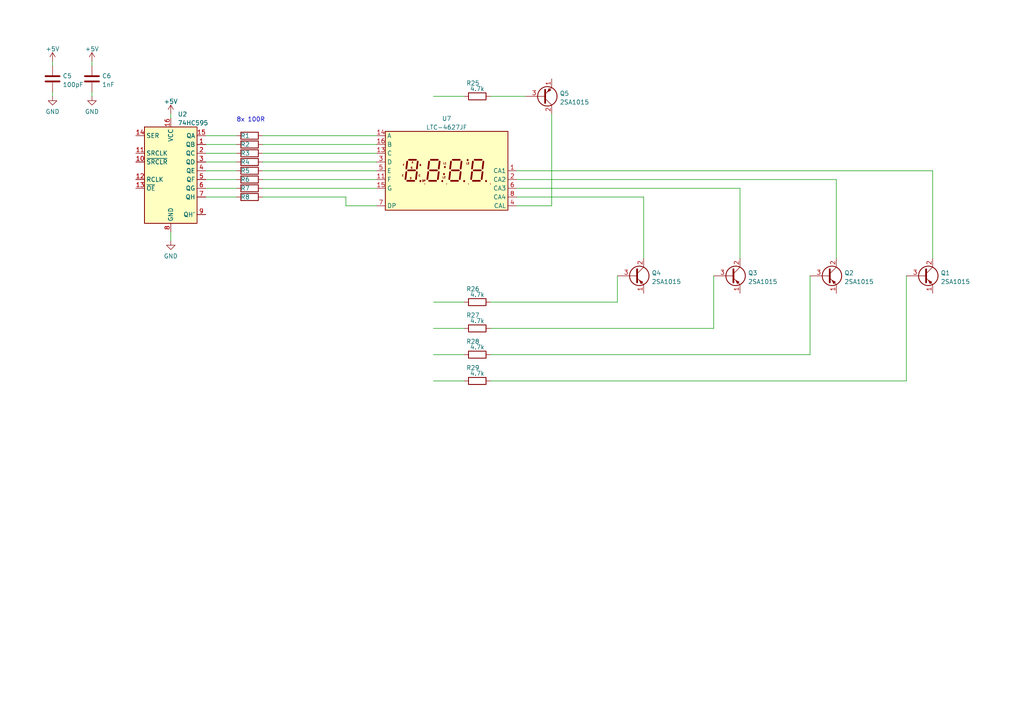
<source format=kicad_sch>
(kicad_sch (version 20211123) (generator eeschema)
  (paper "A4")
  (lib_symbols
    (symbol "74xx:74HC595"
      (property "Reference" "U" (at -7.62 13.97 0))
      (property "Value" "74HC595" (at -7.62 -16.51 0))
      (symbol "74HC595_1_0"
        (pin tri_state line (at 10.16 7.62 180) (length 2.54) (name "QB") (number "1"))
        (pin input line (at -10.16 2.54 0) (length 2.54) (name "~{SRCLR}") (number "10"))
        (pin input line (at -10.16 5.08 0) (length 2.54) (name "SRCLK") (number "11"))
        (pin input line (at -10.16 -2.54 0) (length 2.54) (name "RCLK") (number "12"))
        (pin input line (at -10.16 -5.08 0) (length 2.54) (name "~{OE}") (number "13"))
        (pin input line (at -10.16 10.16 0) (length 2.54) (name "SER") (number "14"))
        (pin tri_state line (at 10.16 10.16 180) (length 2.54) (name "QA") (number "15"))
        (pin power_in line (at 0 15.24 270) (length 2.54) (name "VCC") (number "16"))
        (pin tri_state line (at 10.16 5.08 180) (length 2.54) (name "QC") (number "2"))
        (pin tri_state line (at 10.16 2.54 180) (length 2.54) (name "QD") (number "3"))
        (pin tri_state line (at 10.16 0 180) (length 2.54) (name "QE") (number "4"))
        (pin tri_state line (at 10.16 -2.54 180) (length 2.54) (name "QF") (number "5"))
        (pin tri_state line (at 10.16 -5.08 180) (length 2.54) (name "QG") (number "6"))
        (pin tri_state line (at 10.16 -7.62 180) (length 2.54) (name "QH") (number "7"))
        (pin power_in line (at 0 -17.78 90) (length 2.54) (name "GND") (number "8"))
        (pin output line (at 10.16 -12.7 180) (length 2.54) (name "QH'") (number "9"))
      )
      (symbol "74HC595_1_1"
        (rectangle (start -7.62 12.7) (end 7.62 -15.24) (stroke (width 0.254)) (fill (type background)))
      )
    )
    (symbol "Device:C" (pin_numbers hide) (pin_names (offset 0.254))
      (property "Reference" "C" (at 0.635 2.54 0))
      (property "Value" "C" (at 0.635 -2.54 0))
      (symbol "C_0_1"
        (polyline (pts (xy -2.032 -0.762) (xy 2.032 -0.762)) (stroke (width 0.508)))
        (polyline (pts (xy -2.032 0.762) (xy 2.032 0.762)) (stroke (width 0.508)))
      )
      (symbol "C_1_1"
        (pin passive line (at 0 3.81 270) (length 2.794) (name "~") (number "1"))
        (pin passive line (at 0 -3.81 90) (length 2.794) (name "~") (number "2"))
      )
    )
    (symbol "Device:R" (pin_numbers hide) (pin_names (offset 0))
      (property "Reference" "R" (at 2.032 0 90))
      (property "Value" "R" (at 0 0 90))
      (symbol "R_0_1"
        (rectangle (start -1.016 -2.54) (end 1.016 2.54) (stroke (width 0.254)))
      )
      (symbol "R_1_1"
        (pin passive line (at 0 3.81 270) (length 1.27) (name "~") (number "1"))
        (pin passive line (at 0 -3.81 90) (length 1.27) (name "~") (number "2"))
      )
    )
    (symbol "Display_Character:LTC-4627JF"
      (property "Reference" "U" (at -17.78 12.7 0))
      (property "Value" "LTC-4627JF" (at 17.78 12.7 0))
      (symbol "LTC-4627JF_0_1"
        (rectangle (start -17.78 -11.43) (end 17.78 11.43) (stroke (width 0.254)) (fill (type background)))
        (rectangle (start -6.35 -3.81) (end -6.35 -3.81) (stroke (width 0.254)))
        (rectangle (start 0 -3.81) (end 0 -3.81) (stroke (width 0.254)))
        (polyline (pts (xy -6.35 -3.81) (xy -6.35 -3.81)) (stroke (width 0.254)))
        (polyline (pts (xy 0 -3.81) (xy 0 -3.81)) (stroke (width 0.254)))
        (polyline (pts (xy 6.35 -3.81) (xy 6.35 -3.81)) (stroke (width 0.254)))
        (polyline (pts (xy 12.7 -3.81) (xy 12.7 -3.81)) (stroke (width 0.254)))
        (rectangle (start 6.35 -3.81) (end 6.35 -3.81) (stroke (width 0.254)))
        (rectangle (start 12.7 -3.81) (end 12.7 -3.81) (stroke (width 0.254)))
      )
      (symbol "LTC-4627JF_1_0"
        (text "A" (at -9.906 2.413 0) (effects (font (size 0.508 0.508))))
        (text "B" (at -7.62 1.651 0) (effects (font (size 0.508 0.508))))
        (text "C" (at -7.874 -1.397 0) (effects (font (size 0.508 0.508))))
        (text "D" (at -10.414 -2.159 0) (effects (font (size 0.508 0.508))))
        (text "DP" (at -6.604 -2.921 0) (effects (font (size 0.508 0.508))))
        (text "E" (at -12.7 -1.397 0) (effects (font (size 0.508 0.508))))
        (text "F" (at -12.446 1.651 0) (effects (font (size 0.508 0.508))))
        (text "G" (at -10.16 0.889 0) (effects (font (size 0.508 0.508))))
        (text "L1" (at -0.508 2.159 0) (effects (font (size 0.508 0.508))))
        (text "L2" (at -0.762 -1.905 0) (effects (font (size 0.508 0.508))))
        (text "L3" (at 6.096 2.159 0) (effects (font (size 0.508 0.508))))
      )
      (symbol "LTC-4627JF_1_1"
        (polyline (pts (xy -11.684 -0.381) (xy -11.938 -2.413)) (stroke (width 0.508)))
        (polyline (pts (xy -11.43 -2.921) (xy -9.398 -2.921)) (stroke (width 0.508)))
        (polyline (pts (xy -11.43 2.667) (xy -11.684 0.635)) (stroke (width 0.508)))
        (polyline (pts (xy -11.176 0.127) (xy -9.144 0.127)) (stroke (width 0.508)))
        (polyline (pts (xy -10.922 3.175) (xy -8.89 3.175)) (stroke (width 0.508)))
        (polyline (pts (xy -8.636 -0.381) (xy -8.89 -2.413)) (stroke (width 0.508)))
        (polyline (pts (xy -8.382 2.667) (xy -8.636 0.635)) (stroke (width 0.508)))
        (polyline (pts (xy -7.62 -3.048) (xy -7.62 -2.921)) (stroke (width 0.508)))
        (polyline (pts (xy -5.334 -0.381) (xy -5.588 -2.413)) (stroke (width 0.508)))
        (polyline (pts (xy -5.08 -2.921) (xy -3.048 -2.921)) (stroke (width 0.508)))
        (polyline (pts (xy -5.08 2.667) (xy -5.334 0.635)) (stroke (width 0.508)))
        (polyline (pts (xy -4.826 0.127) (xy -2.794 0.127)) (stroke (width 0.508)))
        (polyline (pts (xy -4.572 3.175) (xy -2.54 3.175)) (stroke (width 0.508)))
        (polyline (pts (xy -2.286 -0.381) (xy -2.54 -2.413)) (stroke (width 0.508)))
        (polyline (pts (xy -2.032 2.667) (xy -2.286 0.635)) (stroke (width 0.508)))
        (polyline (pts (xy -1.27 -3.048) (xy -1.27 -2.921)) (stroke (width 0.508)))
        (polyline (pts (xy -0.762 -1.016) (xy -0.762 -0.889)) (stroke (width 0.508)))
        (polyline (pts (xy -0.508 1.016) (xy -0.508 1.143)) (stroke (width 0.508)))
        (polyline (pts (xy 1.016 -0.381) (xy 0.762 -2.413)) (stroke (width 0.508)))
        (polyline (pts (xy 1.27 -2.921) (xy 3.302 -2.921)) (stroke (width 0.508)))
        (polyline (pts (xy 1.27 2.667) (xy 1.016 0.635)) (stroke (width 0.508)))
        (polyline (pts (xy 1.524 0.127) (xy 3.556 0.127)) (stroke (width 0.508)))
        (polyline (pts (xy 1.778 3.175) (xy 3.81 3.175)) (stroke (width 0.508)))
        (polyline (pts (xy 4.064 -0.381) (xy 3.81 -2.413)) (stroke (width 0.508)))
        (polyline (pts (xy 4.318 2.667) (xy 4.064 0.635)) (stroke (width 0.508)))
        (polyline (pts (xy 5.08 -3.048) (xy 5.08 -2.921)) (stroke (width 0.508)))
        (polyline (pts (xy 6.096 3.048) (xy 6.096 3.175)) (stroke (width 0.508)))
        (polyline (pts (xy 7.366 -0.381) (xy 7.112 -2.413)) (stroke (width 0.508)))
        (polyline (pts (xy 7.62 -2.921) (xy 9.652 -2.921)) (stroke (width 0.508)))
        (polyline (pts (xy 7.62 2.667) (xy 7.366 0.635)) (stroke (width 0.508)))
        (polyline (pts (xy 7.874 0.127) (xy 9.906 0.127)) (stroke (width 0.508)))
        (polyline (pts (xy 8.128 3.175) (xy 10.16 3.175)) (stroke (width 0.508)))
        (polyline (pts (xy 10.414 -0.381) (xy 10.16 -2.413)) (stroke (width 0.508)))
        (polyline (pts (xy 10.668 2.667) (xy 10.414 0.635)) (stroke (width 0.508)))
        (polyline (pts (xy 11.43 -3.048) (xy 11.43 -2.921)) (stroke (width 0.508)))
        (pin input line (at 20.32 0 180) (length 2.54) (name "CA1") (number "1"))
        (pin input line (at -20.32 -2.54 0) (length 2.54) (name "F") (number "11"))
        (pin input line (at -20.32 5.08 0) (length 2.54) (name "C") (number "13"))
        (pin input line (at -20.32 10.16 0) (length 2.54) (name "A") (number "14"))
        (pin input line (at -20.32 -5.08 0) (length 2.54) (name "G") (number "15"))
        (pin input line (at -20.32 7.62 0) (length 2.54) (name "B") (number "16"))
        (pin input line (at 20.32 -2.54 180) (length 2.54) (name "CA2") (number "2"))
        (pin input line (at -20.32 2.54 0) (length 2.54) (name "D") (number "3"))
        (pin input line (at 20.32 -10.16 180) (length 2.54) (name "CAL") (number "4"))
        (pin input line (at -20.32 0 0) (length 2.54) (name "E") (number "5"))
        (pin input line (at 20.32 -5.08 180) (length 2.54) (name "CA3") (number "6"))
        (pin input line (at -20.32 -10.16 0) (length 2.54) (name "DP") (number "7"))
        (pin input line (at 20.32 -7.62 180) (length 2.54) (name "CA4") (number "8"))
        (pin no_connect line (at 17.78 7.62 180) (length 2.54) hide (name "NC") (number "9"))
      )
    )
    (symbol "Transistor_BJT:2SA1015" (pin_names (offset 0) hide)
      (property "Reference" "Q" (at 5.08 1.905 0))
      (property "Value" "2SA1015" (at 5.08 0 0))
      (symbol "2SA1015_0_1"
        (polyline (pts (xy 0 0) (xy 0.635 0)))
        (polyline (pts (xy 2.54 -2.54) (xy 0.635 -0.635)))
        (polyline (pts (xy 2.54 2.54) (xy 0.635 0.635)))
        (polyline (pts (xy 0.635 1.905) (xy 0.635 -1.905) (xy 0.635 -1.905)) (stroke (width 0.508)) (fill (type outline)))
        (polyline (pts (xy 1.778 -2.286) (xy 2.286 -1.778) (xy 1.27 -1.27) (xy 1.778 -2.286) (xy 1.778 -2.286)) (fill (type outline)))
        (circle (center 1.27 0) (radius 2.8194) (stroke (width 0.254)))
      )
      (symbol "2SA1015_1_1"
        (pin passive line (at 2.54 -5.08 90) (length 2.54) (name "E") (number "1"))
        (pin passive line (at 2.54 5.08 270) (length 2.54) (name "C") (number "2"))
        (pin input line (at -5.08 0 0) (length 5.08) (name "B") (number "3"))
      )
    )
    (symbol "power:+5V" (power) (pin_names (offset 0))
      (property "Value" "+5V" (at 0 3.556 0))
      (symbol "+5V_0_1"
        (polyline (pts (xy -0.762 1.27) (xy 0 2.54)))
        (polyline (pts (xy 0 0) (xy 0 2.54)))
        (polyline (pts (xy 0 2.54) (xy 0.762 1.27)))
      )
      (symbol "+5V_1_1"
        (pin power_in line (at 0 0 90) (length 0) hide (name "+5V") (number "1"))
      )
    )
    (symbol "power:GND" (power) (pin_names (offset 0))
      (property "Value" "GND" (at 0 -3.81 0))
      (symbol "GND_0_1"
        (polyline (pts (xy 0 0) (xy 0 -1.27) (xy 1.27 -1.27) (xy 0 -2.54) (xy -1.27 -1.27) (xy 0 -1.27)))
      )
      (symbol "GND_1_1"
        (pin power_in line (at 0 0 270) (length 0) hide (name "GND") (number "1"))
      )
    )
  )
  (wire (pts (xy 132.08 304.8) (xy 132.08 307.34)))
  (wire (pts (xy 15.24 19.05) (xy 15.24 17.78)))
  (wire (pts (xy 107.95 294.64) (xy 140.97 294.64)))
  (wire (pts (xy 142.24 27.94) (xy 152.4 27.94)))
  (wire (pts (xy 43.18 280.67) (xy 43.18 279.4)))
  (wire (pts (xy 91.44 251.46) (xy 100.33 251.46)))
  (wire (pts (xy 76.2 46.99) (xy 109.22 46.99)))
  (wire (pts (xy 132.08 254) (xy 132.08 256.54)))
  (wire (pts (xy 53.34 229.87) (xy 53.34 231.14)))
  (wire (pts (xy 132.08 307.34) (xy 140.97 307.34)))
  (wire (pts (xy 43.18 288.29) (xy 43.18 289.56)))
  (wire (pts (xy 142.24 95.25) (xy 207.01 95.25)))
  (wire (pts (xy 59.69 57.15) (xy 68.58 57.15)))
  (wire (pts (xy 91.44 302.26) (xy 100.33 302.26)))
  (wire (pts (xy 59.69 41.91) (xy 68.58 41.91)))
  (wire (pts (xy 100.33 57.15) (xy 100.33 59.69)))
  (wire (pts (xy 59.69 39.37) (xy 68.58 39.37)))
  (wire (pts (xy 54.61 279.4) (xy 54.61 280.67)))
  (wire (pts (xy 91.44 304.8) (xy 100.33 304.8)))
  (wire (pts (xy 107.95 243.84) (xy 140.97 243.84)))
  (wire (pts (xy 76.2 49.53) (xy 109.22 49.53)))
  (wire (pts (xy 59.69 52.07) (xy 68.58 52.07)))
  (wire (pts (xy 125.73 95.25) (xy 134.62 95.25)))
  (wire (pts (xy 91.44 254) (xy 100.33 254)))
  (wire (pts (xy 26.67 17.78) (xy 26.67 19.05)))
  (wire (pts (xy 149.86 57.15) (xy 186.69 57.15)))
  (wire (pts (xy 91.44 238.76) (xy 100.33 238.76)))
  (wire (pts (xy 59.69 49.53) (xy 68.58 49.53)))
  (wire (pts (xy 107.95 304.8) (xy 132.08 304.8)))
  (wire (pts (xy 125.73 110.49) (xy 134.62 110.49)))
  (wire (pts (xy 91.44 241.3) (xy 100.33 241.3)))
  (wire (pts (xy 91.44 289.56) (xy 100.33 289.56)))
  (wire (pts (xy 107.95 236.22) (xy 140.97 236.22)))
  (wire (pts (xy 91.44 248.92) (xy 100.33 248.92)))
  (wire (pts (xy 107.95 297.18) (xy 140.97 297.18)))
  (wire (pts (xy 242.57 52.07) (xy 242.57 74.93)))
  (wire (pts (xy 107.95 292.1) (xy 140.97 292.1)))
  (wire (pts (xy 76.2 39.37) (xy 109.22 39.37)))
  (wire (pts (xy 91.44 236.22) (xy 100.33 236.22)))
  (wire (pts (xy 270.51 49.53) (xy 270.51 74.93)))
  (wire (pts (xy 49.53 33.02) (xy 49.53 34.29)))
  (wire (pts (xy 41.91 231.14) (xy 41.91 229.87)))
  (wire (pts (xy 41.91 238.76) (xy 41.91 240.03)))
  (wire (pts (xy 107.95 246.38) (xy 140.97 246.38)))
  (wire (pts (xy 76.2 44.45) (xy 109.22 44.45)))
  (wire (pts (xy 262.89 80.01) (xy 262.89 110.49)))
  (wire (pts (xy 91.44 292.1) (xy 100.33 292.1)))
  (wire (pts (xy 149.86 54.61) (xy 214.63 54.61)))
  (wire (pts (xy 107.95 289.56) (xy 140.97 289.56)))
  (wire (pts (xy 149.86 49.53) (xy 270.51 49.53)))
  (wire (pts (xy 214.63 54.61) (xy 214.63 74.93)))
  (wire (pts (xy 132.08 256.54) (xy 140.97 256.54)))
  (wire (pts (xy 149.86 52.07) (xy 242.57 52.07)))
  (wire (pts (xy 59.69 46.99) (xy 68.58 46.99)))
  (wire (pts (xy 91.44 246.38) (xy 100.33 246.38)))
  (wire (pts (xy 142.24 102.87) (xy 234.95 102.87)))
  (wire (pts (xy 234.95 80.01) (xy 234.95 102.87)))
  (wire (pts (xy 142.24 87.63) (xy 179.07 87.63)))
  (wire (pts (xy 91.44 294.64) (xy 100.33 294.64)))
  (wire (pts (xy 107.95 251.46) (xy 140.97 251.46)))
  (wire (pts (xy 81.28 314.96) (xy 81.28 317.5)))
  (wire (pts (xy 179.07 80.01) (xy 179.07 87.63)))
  (wire (pts (xy 76.2 52.07) (xy 109.22 52.07)))
  (wire (pts (xy 76.2 57.15) (xy 100.33 57.15)))
  (wire (pts (xy 142.24 110.49) (xy 262.89 110.49)))
  (wire (pts (xy 76.2 41.91) (xy 109.22 41.91)))
  (wire (pts (xy 26.67 26.67) (xy 26.67 27.94)))
  (wire (pts (xy 125.73 102.87) (xy 134.62 102.87)))
  (wire (pts (xy 81.28 280.67) (xy 81.28 281.94)))
  (wire (pts (xy 107.95 248.92) (xy 140.97 248.92)))
  (wire (pts (xy 125.73 87.63) (xy 134.62 87.63)))
  (wire (pts (xy 91.44 243.84) (xy 100.33 243.84)))
  (wire (pts (xy 107.95 254) (xy 132.08 254)))
  (wire (pts (xy 15.24 26.67) (xy 15.24 27.94)))
  (wire (pts (xy 107.95 238.76) (xy 140.97 238.76)))
  (wire (pts (xy 91.44 299.72) (xy 100.33 299.72)))
  (wire (pts (xy 160.02 59.69) (xy 149.86 59.69)))
  (wire (pts (xy 160.02 33.02) (xy 160.02 59.69)))
  (wire (pts (xy 125.73 27.94) (xy 134.62 27.94)))
  (wire (pts (xy 91.44 287.02) (xy 100.33 287.02)))
  (wire (pts (xy 59.69 54.61) (xy 68.58 54.61)))
  (wire (pts (xy 107.95 241.3) (xy 140.97 241.3)))
  (wire (pts (xy 81.28 264.16) (xy 81.28 266.7)))
  (wire (pts (xy 54.61 288.29) (xy 54.61 289.56)))
  (wire (pts (xy 53.34 238.76) (xy 53.34 240.03)))
  (wire (pts (xy 107.95 302.26) (xy 140.97 302.26)))
  (wire (pts (xy 76.2 54.61) (xy 109.22 54.61)))
  (wire (pts (xy 81.28 229.87) (xy 81.28 231.14)))
  (wire (pts (xy 186.69 57.15) (xy 186.69 74.93)))
  (wire (pts (xy 107.95 287.02) (xy 140.97 287.02)))
  (wire (pts (xy 100.33 59.69) (xy 109.22 59.69)))
  (wire (pts (xy 49.53 67.31) (xy 49.53 69.85)))
  (wire (pts (xy 59.69 44.45) (xy 68.58 44.45)))
  (wire (pts (xy 207.01 80.01) (xy 207.01 95.25)))
  (wire (pts (xy 91.44 297.18) (xy 100.33 297.18)))
  (wire (pts (xy 107.95 299.72) (xy 140.97 299.72)))
  (text "8x 100R" (at 100.33 283.21 0) (effects (font (size 1.27 1.27)) (justify left bottom)))
  (text "8x 100R" (at 100.33 232.41 0) (effects (font (size 1.27 1.27)) (justify left bottom)))
  (text "8x 100R" (at 68.58 35.56 0) (effects (font (size 1.27 1.27)) (justify left bottom)))
  (symbol (lib_id "power:+5V") (at 15.24 17.78 0) (unit 1)
    (property "Reference" "#PWR05" (effects hide))
    (property "Value" "+5V" (at 15.24 14.2042 0))
  )
  (symbol (lib_id "Device:R") (at 138.43 102.87 90) (unit 1)
    (property "Reference" "R28" (at 137.16 99.06 90))
    (property "Value" "4.7k" (at 138.43 100.6911 90))
    (property "Footprint" "Resistor_THT:R_Axial_DIN0207_L6.3mm_D2.5mm_P7.62mm_Horizontal" (effects hide))
  )
  (symbol (lib_id "Device:R") (at 138.43 110.49 90) (unit 1)
    (property "Reference" "R29" (at 137.16 106.68 90))
    (property "Value" "4.7k" (at 138.43 108.3111 90))
    (property "Footprint" "Resistor_THT:R_Axial_DIN0207_L6.3mm_D2.5mm_P7.62mm_Horizontal" (effects hide))
  )
  (symbol (lib_id "Device:R") (at 104.14 289.56 90) (unit 1)
    (property "Reference" "R18" (at 104.14 289.56 90))
    (property "Value" "100R" (effects hide))
    (property "Footprint" "Resistor_THT:R_Axial_DIN0207_L6.3mm_D2.5mm_P7.62mm_Horizontal" (effects hide))
  )
  (symbol (lib_id "Display_Character:LTC-4627JF") (at 129.54 49.53 0) (unit 1)
    (property "Reference" "U7" (at 129.54 34.4002 0))
    (property "Value" "LTC-4627JF" (at 129.54 36.9371 0))
    (property "Footprint" "Display_7Segment:LTC-4627Jx" (effects hide))
    (property "Datasheet" "http://optoelectronics.liteon.com/upload/download/DS30-2000-192/C4627JF.pdf" (effects hide))
  )
  (symbol (lib_id "Display_Character:LTC-4627JF") (at 161.29 246.38 0) (unit 1)
    (property "Reference" "U8" (at 161.29 231.2502 0))
    (property "Value" "LTC-4627JF" (at 161.29 233.7871 0))
    (property "Footprint" "Display_7Segment:LTC-4627Jx" (effects hide))
    (property "Datasheet" "http://optoelectronics.liteon.com/upload/download/DS30-2000-192/C4627JF.pdf" (effects hide))
  )
  (symbol (lib_id "Device:R") (at 104.14 238.76 90) (unit 1)
    (property "Reference" "R10" (at 104.14 238.76 90))
    (property "Value" "100R" (effects hide))
    (property "Footprint" "Resistor_THT:R_Axial_DIN0207_L6.3mm_D2.5mm_P7.62mm_Horizontal" (effects hide))
  )
  (symbol (lib_id "power:GND") (at 26.67 27.94 0) (unit 1)
    (property "Reference" "#PWR0105" (effects hide))
    (property "Value" "GND" (at 26.67 32.3834 0))
  )
  (symbol (lib_id "power:+5V") (at 81.28 229.87 0) (unit 1)
    (property "Reference" "#PWR011" (effects hide))
    (property "Value" "+5V" (at 81.28 226.2942 0))
  )
  (symbol (lib_id "Device:R") (at 104.14 302.26 90) (unit 1)
    (property "Reference" "R23" (at 104.14 302.26 90))
    (property "Value" "100R" (effects hide))
    (property "Footprint" "Resistor_THT:R_Axial_DIN0207_L6.3mm_D2.5mm_P7.62mm_Horizontal" (effects hide))
  )
  (symbol (lib_id "Device:C") (at 26.67 22.86 0) (unit 1)
    (property "Reference" "C6" (at 29.591 22.0253 0) (effects (justify left)))
    (property "Value" "1nF" (at 29.591 24.5622 0) (effects (justify left)))
    (property "Footprint" "Capacitor_THT:C_Disc_D3.8mm_W2.6mm_P2.50mm" (effects hide))
  )
  (symbol (lib_id "Device:R") (at 72.39 41.91 90) (unit 1)
    (property "Reference" "R2" (at 71.12 41.91 90))
    (property "Value" "100R" (effects hide))
    (property "Footprint" "Resistor_THT:R_Axial_DIN0207_L6.3mm_D2.5mm_P7.62mm_Horizontal" (effects hide))
  )
  (symbol (lib_id "Device:R") (at 104.14 251.46 90) (unit 1)
    (property "Reference" "R15" (at 104.14 251.46 90))
    (property "Value" "100R" (effects hide))
    (property "Footprint" "Resistor_THT:R_Axial_DIN0207_L6.3mm_D2.5mm_P7.62mm_Horizontal" (effects hide))
  )
  (symbol (lib_id "Device:R") (at 104.14 304.8 90) (unit 1)
    (property "Reference" "R24" (at 104.14 304.8 90))
    (property "Value" "100R" (effects hide))
    (property "Footprint" "Resistor_THT:R_Axial_DIN0207_L6.3mm_D2.5mm_P7.62mm_Horizontal" (effects hide))
  )
  (symbol (lib_id "Device:R") (at 104.14 236.22 90) (unit 1)
    (property "Reference" "R9" (at 104.14 236.22 90))
    (property "Value" "100R" (effects hide))
    (property "Footprint" "Resistor_THT:R_Axial_DIN0207_L6.3mm_D2.5mm_P7.62mm_Horizontal" (effects hide))
  )
  (symbol (lib_id "Device:C") (at 43.18 284.48 0) (unit 1)
    (property "Reference" "C9" (at 46.101 283.6453 0) (effects (justify left)))
    (property "Value" "100pF" (at 46.101 286.1822 0) (effects (justify left)))
    (property "Footprint" "Capacitor_THT:C_Disc_D3.8mm_W2.6mm_P2.50mm" (effects hide))
  )
  (symbol (lib_id "Display_Character:LTC-4627JF") (at 161.29 297.18 0) (unit 1)
    (property "Reference" "U9" (at 161.29 282.0502 0))
    (property "Value" "LTC-4627JF" (at 161.29 284.5871 0))
    (property "Footprint" "Display_7Segment:LTC-4627Jx" (effects hide))
    (property "Datasheet" "http://optoelectronics.liteon.com/upload/download/DS30-2000-192/C4627JF.pdf" (effects hide))
  )
  (symbol (lib_id "Device:C") (at 53.34 234.95 0) (unit 1)
    (property "Reference" "C8" (at 56.261 234.1153 0) (effects (justify left)))
    (property "Value" "1nF" (at 56.261 236.6522 0) (effects (justify left)))
    (property "Footprint" "Capacitor_THT:C_Disc_D3.8mm_W2.6mm_P2.50mm" (effects hide))
  )
  (symbol (lib_id "power:+5V") (at 49.53 33.02 0) (unit 1)
    (property "Reference" "#PWR03" (effects hide))
    (property "Value" "+5V" (at 49.53 29.4442 0))
  )
  (symbol (lib_id "74xx:74HC595") (at 81.28 246.38 0) (unit 1)
    (property "Reference" "U3" (at 83.2994 229.9802 0) (effects (justify left)))
    (property "Value" "74HC595" (at 83.2994 232.5171 0) (effects (justify left)))
    (property "Footprint" "Package_DIP:DIP-16_W7.62mm_LongPads" (effects hide))
    (property "Datasheet" "http://www.ti.com/lit/ds/symlink/sn74hc595.pdf" (effects hide))
  )
  (symbol (lib_id "Device:R") (at 138.43 87.63 90) (unit 1)
    (property "Reference" "R26" (at 137.16 83.82 90))
    (property "Value" "4.7k" (at 138.43 85.4511 90))
    (property "Footprint" "Resistor_THT:R_Axial_DIN0207_L6.3mm_D2.5mm_P7.62mm_Horizontal" (effects hide))
  )
  (symbol (lib_id "74xx:74HC595") (at 49.53 49.53 0) (unit 1)
    (property "Reference" "U2" (at 51.5494 33.1302 0) (effects (justify left)))
    (property "Value" "74HC595" (at 51.5494 35.6671 0) (effects (justify left)))
    (property "Footprint" "Package_DIP:DIP-16_W7.62mm_LongPads" (effects hide))
    (property "Datasheet" "http://www.ti.com/lit/ds/symlink/sn74hc595.pdf" (effects hide))
  )
  (symbol (lib_id "Device:R") (at 72.39 57.15 90) (unit 1)
    (property "Reference" "R8" (at 71.12 57.15 90))
    (property "Value" "100R" (effects hide))
    (property "Footprint" "Resistor_THT:R_Axial_DIN0207_L6.3mm_D2.5mm_P7.62mm_Horizontal" (effects hide))
  )
  (symbol (lib_id "power:+5V") (at 81.28 280.67 0) (unit 1)
    (property "Reference" "#PWR017" (effects hide))
    (property "Value" "+5V" (at 81.28 277.0942 0))
  )
  (symbol (lib_id "74xx:74HC595") (at 81.28 297.18 0) (unit 1)
    (property "Reference" "U4" (at 83.2994 280.7802 0) (effects (justify left)))
    (property "Value" "74HC595" (at 83.2994 283.3171 0) (effects (justify left)))
    (property "Footprint" "Package_DIP:DIP-16_W7.62mm_LongPads" (effects hide))
    (property "Datasheet" "http://www.ti.com/lit/ds/symlink/sn74hc595.pdf" (effects hide))
  )
  (symbol (lib_id "Transistor_BJT:2SA1015") (at 212.09 80.01 0) (unit 1)
    (property "Reference" "Q3" (at 216.9414 79.1753 0) (effects (justify left)))
    (property "Value" "2SA1015" (at 216.9414 81.7122 0) (effects (justify left)))
    (property "Footprint" "Package_TO_SOT_THT:TO-92_Wide" (effects hide))
    (property "Datasheet" "http://www.datasheetcatalog.org/datasheet/toshiba/905.pdf" (effects hide))
  )
  (symbol (lib_id "Device:C") (at 54.61 284.48 0) (unit 1)
    (property "Reference" "C10" (at 57.531 283.6453 0) (effects (justify left)))
    (property "Value" "1nF" (at 57.531 286.1822 0) (effects (justify left)))
    (property "Footprint" "Capacitor_THT:C_Disc_D3.8mm_W2.6mm_P2.50mm" (effects hide))
  )
  (symbol (lib_id "Device:R") (at 104.14 297.18 90) (unit 1)
    (property "Reference" "R21" (at 104.14 297.18 90))
    (property "Value" "100R" (effects hide))
    (property "Footprint" "Resistor_THT:R_Axial_DIN0207_L6.3mm_D2.5mm_P7.62mm_Horizontal" (effects hide))
  )
  (symbol (lib_id "Transistor_BJT:2SA1015") (at 240.03 80.01 0) (unit 1)
    (property "Reference" "Q2" (at 244.8814 79.1753 0) (effects (justify left)))
    (property "Value" "2SA1015" (at 244.8814 81.7122 0) (effects (justify left)))
    (property "Footprint" "Package_TO_SOT_THT:TO-92_Wide" (effects hide))
    (property "Datasheet" "http://www.datasheetcatalog.org/datasheet/toshiba/905.pdf" (effects hide))
  )
  (symbol (lib_id "power:GND") (at 49.53 69.85 0) (unit 1)
    (property "Reference" "#PWR04" (effects hide))
    (property "Value" "GND" (at 49.53 74.2934 0))
  )
  (symbol (lib_id "Device:R") (at 72.39 46.99 90) (unit 1)
    (property "Reference" "R4" (at 71.12 46.99 90))
    (property "Value" "100R" (effects hide))
    (property "Footprint" "Resistor_THT:R_Axial_DIN0207_L6.3mm_D2.5mm_P7.62mm_Horizontal" (effects hide))
  )
  (symbol (lib_id "Transistor_BJT:2SA1015") (at 157.48 27.94 0) (mirror x) (unit 1)
    (property "Reference" "Q5" (at 162.3314 27.1053 0) (effects (justify left)))
    (property "Value" "2SA1015" (at 162.3314 29.6422 0) (effects (justify left)))
    (property "Footprint" "Package_TO_SOT_THT:TO-92_Wide" (effects hide))
    (property "Datasheet" "http://www.datasheetcatalog.org/datasheet/toshiba/905.pdf" (effects hide))
  )
  (symbol (lib_id "power:GND") (at 81.28 317.5 0) (unit 1)
    (property "Reference" "#PWR018" (effects hide))
    (property "Value" "GND" (at 81.28 321.9434 0))
  )
  (symbol (lib_id "Device:R") (at 104.14 292.1 90) (unit 1)
    (property "Reference" "R19" (at 104.14 292.1 90))
    (property "Value" "100R" (effects hide))
    (property "Footprint" "Resistor_THT:R_Axial_DIN0207_L6.3mm_D2.5mm_P7.62mm_Horizontal" (effects hide))
  )
  (symbol (lib_id "power:GND") (at 43.18 289.56 0) (unit 1)
    (property "Reference" "#PWR015" (effects hide))
    (property "Value" "GND" (at 43.18 294.0034 0))
  )
  (symbol (lib_id "Device:C") (at 41.91 234.95 0) (unit 1)
    (property "Reference" "C7" (at 44.831 234.1153 0) (effects (justify left)))
    (property "Value" "100pF" (at 44.831 236.6522 0) (effects (justify left)))
    (property "Footprint" "Capacitor_THT:C_Disc_D3.8mm_W2.6mm_P2.50mm" (effects hide))
  )
  (symbol (lib_id "power:GND") (at 53.34 240.03 0) (unit 1)
    (property "Reference" "#PWR010" (effects hide))
    (property "Value" "GND" (at 53.34 244.4734 0))
  )
  (symbol (lib_id "Transistor_BJT:2SA1015") (at 267.97 80.01 0) (unit 1)
    (property "Reference" "Q1" (at 272.8214 79.1753 0) (effects (justify left)))
    (property "Value" "2SA1015" (at 272.8214 81.7122 0) (effects (justify left)))
    (property "Footprint" "Package_TO_SOT_THT:TO-92_Wide" (effects hide))
    (property "Datasheet" "http://www.datasheetcatalog.org/datasheet/toshiba/905.pdf" (effects hide))
  )
  (symbol (lib_id "Transistor_BJT:2SA1015") (at 184.15 80.01 0) (unit 1)
    (property "Reference" "Q4" (at 189.0014 79.1753 0) (effects (justify left)))
    (property "Value" "2SA1015" (at 189.0014 81.7122 0) (effects (justify left)))
    (property "Footprint" "Package_TO_SOT_THT:TO-92_Wide" (effects hide))
    (property "Datasheet" "http://www.datasheetcatalog.org/datasheet/toshiba/905.pdf" (effects hide))
  )
  (symbol (lib_id "power:+5V") (at 43.18 279.4 0) (unit 1)
    (property "Reference" "#PWR013" (effects hide))
    (property "Value" "+5V" (at 43.18 275.8242 0))
  )
  (symbol (lib_id "power:GND") (at 41.91 240.03 0) (unit 1)
    (property "Reference" "#PWR09" (effects hide))
    (property "Value" "GND" (at 41.91 244.4734 0))
  )
  (symbol (lib_id "power:GND") (at 81.28 266.7 0) (unit 1)
    (property "Reference" "#PWR012" (effects hide))
    (property "Value" "GND" (at 81.28 271.1434 0))
  )
  (symbol (lib_id "Device:R") (at 72.39 52.07 90) (unit 1)
    (property "Reference" "R6" (at 71.12 52.07 90))
    (property "Value" "100R" (effects hide))
    (property "Footprint" "Resistor_THT:R_Axial_DIN0207_L6.3mm_D2.5mm_P7.62mm_Horizontal" (effects hide))
  )
  (symbol (lib_id "power:GND") (at 54.61 289.56 0) (unit 1)
    (property "Reference" "#PWR016" (effects hide))
    (property "Value" "GND" (at 54.61 294.0034 0))
  )
  (symbol (lib_id "Device:R") (at 104.14 243.84 90) (unit 1)
    (property "Reference" "R12" (at 104.14 243.84 90))
    (property "Value" "100R" (effects hide))
    (property "Footprint" "Resistor_THT:R_Axial_DIN0207_L6.3mm_D2.5mm_P7.62mm_Horizontal" (effects hide))
  )
  (symbol (lib_id "Device:R") (at 72.39 39.37 90) (unit 1)
    (property "Reference" "R1" (at 71.12 39.37 90))
    (property "Value" "100R" (effects hide))
    (property "Footprint" "Resistor_THT:R_Axial_DIN0207_L6.3mm_D2.5mm_P7.62mm_Horizontal" (effects hide))
  )
  (symbol (lib_id "Device:R") (at 138.43 27.94 90) (unit 1)
    (property "Reference" "R25" (at 137.16 24.13 90))
    (property "Value" "4.7k" (at 138.43 25.7611 90))
    (property "Footprint" "Resistor_THT:R_Axial_DIN0207_L6.3mm_D2.5mm_P7.62mm_Horizontal" (effects hide))
  )
  (symbol (lib_id "Device:R") (at 104.14 254 90) (unit 1)
    (property "Reference" "R16" (at 104.14 254 90))
    (property "Value" "100R" (effects hide))
    (property "Footprint" "Resistor_THT:R_Axial_DIN0207_L6.3mm_D2.5mm_P7.62mm_Horizontal" (effects hide))
  )
  (symbol (lib_id "Device:R") (at 72.39 49.53 90) (unit 1)
    (property "Reference" "R5" (at 71.12 49.53 90))
    (property "Value" "100R" (effects hide))
    (property "Footprint" "Resistor_THT:R_Axial_DIN0207_L6.3mm_D2.5mm_P7.62mm_Horizontal" (effects hide))
  )
  (symbol (lib_id "Device:R") (at 72.39 54.61 90) (unit 1)
    (property "Reference" "R7" (at 71.12 54.61 90))
    (property "Value" "100R" (effects hide))
    (property "Footprint" "Resistor_THT:R_Axial_DIN0207_L6.3mm_D2.5mm_P7.62mm_Horizontal" (effects hide))
  )
  (symbol (lib_id "Device:R") (at 72.39 44.45 90) (unit 1)
    (property "Reference" "R3" (at 71.12 44.45 90))
    (property "Value" "100R" (effects hide))
    (property "Footprint" "Resistor_THT:R_Axial_DIN0207_L6.3mm_D2.5mm_P7.62mm_Horizontal" (effects hide))
  )
  (symbol (lib_id "Device:R") (at 104.14 248.92 90) (unit 1)
    (property "Reference" "R14" (at 104.14 248.92 90))
    (property "Value" "100R" (effects hide))
    (property "Footprint" "Resistor_THT:R_Axial_DIN0207_L6.3mm_D2.5mm_P7.62mm_Horizontal" (effects hide))
  )
  (symbol (lib_id "power:+5V") (at 26.67 17.78 0) (unit 1)
    (property "Reference" "#PWR06" (effects hide))
    (property "Value" "+5V" (at 26.67 14.2042 0))
  )
  (symbol (lib_id "Device:R") (at 104.14 299.72 90) (unit 1)
    (property "Reference" "R22" (at 104.14 299.72 90))
    (property "Value" "100R" (effects hide))
    (property "Footprint" "Resistor_THT:R_Axial_DIN0207_L6.3mm_D2.5mm_P7.62mm_Horizontal" (effects hide))
  )
  (symbol (lib_id "Device:R") (at 104.14 246.38 90) (unit 1)
    (property "Reference" "R13" (at 104.14 246.38 90))
    (property "Value" "100R" (effects hide))
    (property "Footprint" "Resistor_THT:R_Axial_DIN0207_L6.3mm_D2.5mm_P7.62mm_Horizontal" (effects hide))
  )
  (symbol (lib_id "Device:R") (at 104.14 241.3 90) (unit 1)
    (property "Reference" "R11" (at 104.14 241.3 90))
    (property "Value" "100R" (effects hide))
    (property "Footprint" "Resistor_THT:R_Axial_DIN0207_L6.3mm_D2.5mm_P7.62mm_Horizontal" (effects hide))
  )
  (symbol (lib_id "Device:C") (at 15.24 22.86 0) (unit 1)
    (property "Reference" "C5" (at 18.161 22.0253 0) (effects (justify left)))
    (property "Value" "100pF" (at 18.161 24.5622 0) (effects (justify left)))
    (property "Footprint" "Capacitor_THT:C_Disc_D3.8mm_W2.6mm_P2.50mm" (effects hide))
  )
  (symbol (lib_id "power:+5V") (at 53.34 229.87 0) (unit 1)
    (property "Reference" "#PWR08" (effects hide))
    (property "Value" "+5V" (at 53.34 226.2942 0))
  )
  (symbol (lib_id "Device:R") (at 138.43 95.25 90) (unit 1)
    (property "Reference" "R27" (at 137.16 91.44 90))
    (property "Value" "4.7k" (at 138.43 93.0711 90))
    (property "Footprint" "Resistor_THT:R_Axial_DIN0207_L6.3mm_D2.5mm_P7.62mm_Horizontal" (effects hide))
  )
  (symbol (lib_id "power:GND") (at 15.24 27.94 0) (unit 1)
    (property "Reference" "#PWR0106" (effects hide))
    (property "Value" "GND" (at 15.24 32.3834 0))
  )
  (symbol (lib_id "power:+5V") (at 41.91 229.87 0) (unit 1)
    (property "Reference" "#PWR07" (effects hide))
    (property "Value" "+5V" (at 41.91 226.2942 0))
  )
  (symbol (lib_id "Device:R") (at 104.14 294.64 90) (unit 1)
    (property "Reference" "R20" (at 104.14 294.64 90))
    (property "Value" "100R" (effects hide))
    (property "Footprint" "Resistor_THT:R_Axial_DIN0207_L6.3mm_D2.5mm_P7.62mm_Horizontal" (effects hide))
  )
  (symbol (lib_id "power:+5V") (at 54.61 279.4 0) (unit 1)
    (property "Reference" "#PWR014" (effects hide))
    (property "Value" "+5V" (at 54.61 275.8242 0))
  )
  (symbol (lib_id "Device:R") (at 104.14 287.02 90) (unit 1)
    (property "Reference" "R17" (at 104.14 287.02 90))
    (property "Value" "100R" (effects hide))
    (property "Footprint" "Resistor_THT:R_Axial_DIN0207_L6.3mm_D2.5mm_P7.62mm_Horizontal" (effects hide))
  )
)
</source>
